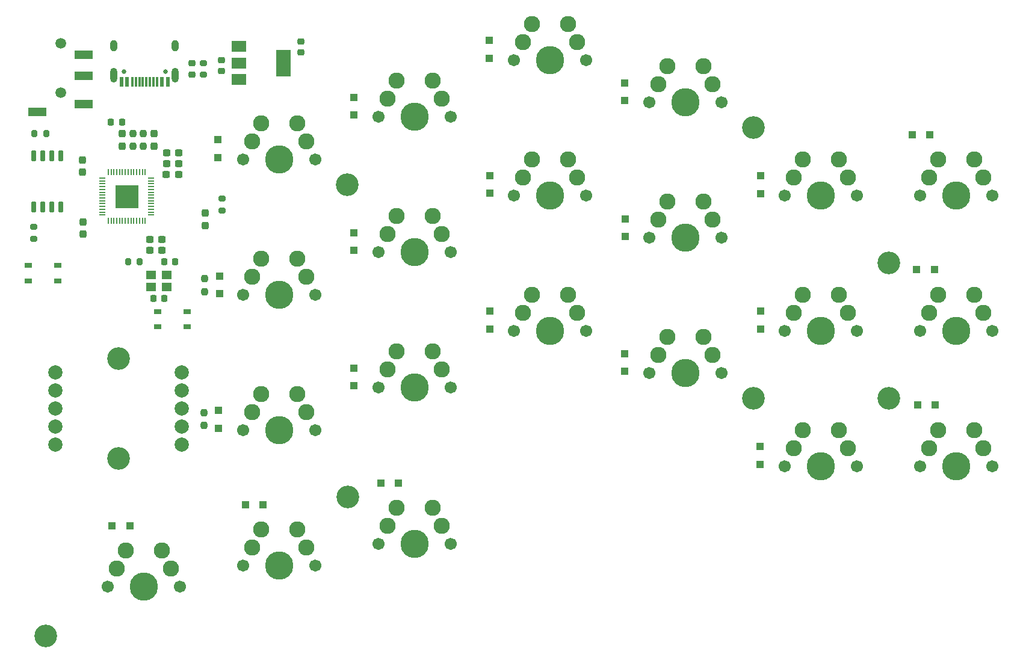
<source format=gbr>
%TF.GenerationSoftware,KiCad,Pcbnew,(6.0.4)*%
%TF.CreationDate,2022-05-02T18:01:09+08:00*%
%TF.ProjectId,RP2040 Board V1.0,52503230-3430-4204-926f-617264205631,rev?*%
%TF.SameCoordinates,Original*%
%TF.FileFunction,Soldermask,Top*%
%TF.FilePolarity,Negative*%
%FSLAX46Y46*%
G04 Gerber Fmt 4.6, Leading zero omitted, Abs format (unit mm)*
G04 Created by KiCad (PCBNEW (6.0.4)) date 2022-05-02 18:01:09*
%MOMM*%
%LPD*%
G01*
G04 APERTURE LIST*
G04 Aperture macros list*
%AMRoundRect*
0 Rectangle with rounded corners*
0 $1 Rounding radius*
0 $2 $3 $4 $5 $6 $7 $8 $9 X,Y pos of 4 corners*
0 Add a 4 corners polygon primitive as box body*
4,1,4,$2,$3,$4,$5,$6,$7,$8,$9,$2,$3,0*
0 Add four circle primitives for the rounded corners*
1,1,$1+$1,$2,$3*
1,1,$1+$1,$4,$5*
1,1,$1+$1,$6,$7*
1,1,$1+$1,$8,$9*
0 Add four rect primitives between the rounded corners*
20,1,$1+$1,$2,$3,$4,$5,0*
20,1,$1+$1,$4,$5,$6,$7,0*
20,1,$1+$1,$6,$7,$8,$9,0*
20,1,$1+$1,$8,$9,$2,$3,0*%
G04 Aperture macros list end*
%ADD10R,1.000000X1.000000*%
%ADD11RoundRect,0.225000X-0.225000X-0.250000X0.225000X-0.250000X0.225000X0.250000X-0.225000X0.250000X0*%
%ADD12R,0.812800X0.177800*%
%ADD13R,0.177800X0.812800*%
%ADD14R,3.200400X3.200400*%
%ADD15C,1.701800*%
%ADD16C,3.987800*%
%ADD17C,2.286000*%
%ADD18RoundRect,0.200000X-0.275000X0.200000X-0.275000X-0.200000X0.275000X-0.200000X0.275000X0.200000X0*%
%ADD19RoundRect,0.237500X0.237500X-0.250000X0.237500X0.250000X-0.237500X0.250000X-0.237500X-0.250000X0*%
%ADD20RoundRect,0.200000X-0.200000X-0.275000X0.200000X-0.275000X0.200000X0.275000X-0.200000X0.275000X0*%
%ADD21RoundRect,0.237500X-0.237500X0.250000X-0.237500X-0.250000X0.237500X-0.250000X0.237500X0.250000X0*%
%ADD22C,3.200000*%
%ADD23C,2.000000*%
%ADD24RoundRect,0.237500X-0.237500X0.300000X-0.237500X-0.300000X0.237500X-0.300000X0.237500X0.300000X0*%
%ADD25RoundRect,0.218750X-0.256250X0.218750X-0.256250X-0.218750X0.256250X-0.218750X0.256250X0.218750X0*%
%ADD26R,1.050000X0.650000*%
%ADD27RoundRect,0.200000X0.275000X-0.200000X0.275000X0.200000X-0.275000X0.200000X-0.275000X-0.200000X0*%
%ADD28RoundRect,0.237500X-0.300000X-0.237500X0.300000X-0.237500X0.300000X0.237500X-0.300000X0.237500X0*%
%ADD29RoundRect,0.237500X0.237500X-0.300000X0.237500X0.300000X-0.237500X0.300000X-0.237500X-0.300000X0*%
%ADD30R,1.400000X1.200000*%
%ADD31RoundRect,0.225000X0.250000X-0.225000X0.250000X0.225000X-0.250000X0.225000X-0.250000X-0.225000X0*%
%ADD32RoundRect,0.150000X0.150000X-0.650000X0.150000X0.650000X-0.150000X0.650000X-0.150000X-0.650000X0*%
%ADD33R,2.000000X1.500000*%
%ADD34R,2.000000X3.800000*%
%ADD35C,1.500000*%
%ADD36R,2.500000X1.200000*%
%ADD37C,0.650000*%
%ADD38R,0.600000X1.450000*%
%ADD39R,0.300000X1.450000*%
%ADD40O,1.000000X1.600000*%
%ADD41O,1.000000X2.100000*%
G04 APERTURE END LIST*
D10*
%TO.C,D2*%
X28325000Y-146500000D03*
X30825000Y-146500000D03*
%TD*%
D11*
%TO.C,C3*%
X28175000Y-89725000D03*
X29725000Y-89725000D03*
%TD*%
D12*
%TO.C,U3*%
X26996400Y-97575000D03*
X26996400Y-97974999D03*
X26996400Y-98375001D03*
X26996400Y-98775000D03*
X26996400Y-99174999D03*
X26996400Y-99575001D03*
X26996400Y-99975000D03*
X26996400Y-100375000D03*
X26996400Y-100774999D03*
X26996400Y-101175001D03*
X26996400Y-101575000D03*
X26996400Y-101974999D03*
X26996400Y-102375001D03*
X26996400Y-102775000D03*
D13*
X27800000Y-103578600D03*
X28199999Y-103578600D03*
X28600001Y-103578600D03*
X29000000Y-103578600D03*
X29399999Y-103578600D03*
X29800001Y-103578600D03*
X30200000Y-103578600D03*
X30600000Y-103578600D03*
X30999999Y-103578600D03*
X31400001Y-103578600D03*
X31800000Y-103578600D03*
X32199999Y-103578600D03*
X32600001Y-103578600D03*
X33000000Y-103578600D03*
D12*
X33803600Y-102775000D03*
X33803600Y-102375001D03*
X33803600Y-101974999D03*
X33803600Y-101575000D03*
X33803600Y-101175001D03*
X33803600Y-100774999D03*
X33803600Y-100375000D03*
X33803600Y-99975000D03*
X33803600Y-99575001D03*
X33803600Y-99174999D03*
X33803600Y-98775000D03*
X33803600Y-98375001D03*
X33803600Y-97974999D03*
X33803600Y-97575000D03*
D13*
X33000000Y-96771400D03*
X32600001Y-96771400D03*
X32199999Y-96771400D03*
X31800000Y-96771400D03*
X31400001Y-96771400D03*
X30999999Y-96771400D03*
X30600000Y-96771400D03*
X30200000Y-96771400D03*
X29800001Y-96771400D03*
X29399999Y-96771400D03*
X29000000Y-96771400D03*
X28600001Y-96771400D03*
X28199999Y-96771400D03*
X27800000Y-96771400D03*
D14*
X30400000Y-100175000D03*
%TD*%
D15*
%TO.C,Sw14*%
X103970000Y-106000000D03*
D16*
X109050000Y-106000000D03*
D15*
X114130000Y-106000000D03*
D17*
X105240000Y-103460000D03*
X106510000Y-100920000D03*
X111590000Y-100920000D03*
X112860000Y-103460000D03*
%TD*%
D15*
%TO.C,Sw7*%
X65870000Y-127050000D03*
X76030000Y-127050000D03*
D16*
X70950000Y-127050000D03*
D17*
X68410000Y-121970000D03*
X67140000Y-124510000D03*
X74760000Y-124510000D03*
X73490000Y-121970000D03*
%TD*%
D18*
%TO.C,R3*%
X41225000Y-81400000D03*
X41225000Y-83050000D03*
%TD*%
D11*
%TO.C,C4*%
X34125000Y-114525000D03*
X35675000Y-114525000D03*
%TD*%
D10*
%TO.C,D3*%
X47075000Y-143550000D03*
X49575000Y-143550000D03*
%TD*%
D16*
%TO.C,Sw3*%
X70950000Y-149100000D03*
D15*
X76030000Y-149100000D03*
X65870000Y-149100000D03*
D17*
X68410000Y-144020000D03*
X67140000Y-146560000D03*
X74760000Y-146560000D03*
X73490000Y-144020000D03*
%TD*%
D19*
%TO.C,R7*%
X31250000Y-93112500D03*
X31250000Y-91287500D03*
%TD*%
D10*
%TO.C,D8*%
X62350000Y-126825000D03*
X62350000Y-124325000D03*
%TD*%
D20*
%TO.C,R6*%
X30600000Y-109325000D03*
X32250000Y-109325000D03*
%TD*%
D16*
%TO.C,Sw6*%
X51900000Y-94950000D03*
D15*
X46820000Y-94950000D03*
X56980000Y-94950000D03*
D17*
X49360000Y-89870000D03*
X48090000Y-92410000D03*
X54440000Y-89870000D03*
X55710000Y-92410000D03*
%TD*%
D16*
%TO.C,Sw12*%
X90000000Y-80950000D03*
D15*
X95080000Y-80950000D03*
X84920000Y-80950000D03*
D17*
X87460000Y-75870000D03*
X86190000Y-78410000D03*
X93810000Y-78410000D03*
X92540000Y-75870000D03*
%TD*%
D15*
%TO.C,Sw17*%
X123020000Y-119050000D03*
X133180000Y-119050000D03*
D16*
X128100000Y-119050000D03*
D17*
X124290000Y-116510000D03*
X125560000Y-113970000D03*
X131910000Y-116510000D03*
X130640000Y-113970000D03*
%TD*%
D21*
%TO.C,R10*%
X41375000Y-111737500D03*
X41375000Y-113562500D03*
%TD*%
D10*
%TO.C,D9*%
X62350000Y-107775000D03*
X62350000Y-105275000D03*
%TD*%
%TO.C,D12*%
X81450000Y-99725000D03*
X81450000Y-97225000D03*
%TD*%
D15*
%TO.C,Sw8*%
X65870000Y-108000000D03*
X76030000Y-108000000D03*
D16*
X70950000Y-108000000D03*
D17*
X67140000Y-105460000D03*
X68410000Y-102920000D03*
X73490000Y-102920000D03*
X74760000Y-105460000D03*
%TD*%
D22*
%TO.C,*%
X29210000Y-123000000D03*
%TD*%
D16*
%TO.C,Sw9*%
X70950000Y-88950000D03*
D15*
X65870000Y-88950000D03*
X76030000Y-88950000D03*
D17*
X68410000Y-83870000D03*
X67140000Y-86410000D03*
X73490000Y-83870000D03*
X74760000Y-86410000D03*
%TD*%
D16*
%TO.C,Sw20*%
X147150000Y-119050000D03*
D15*
X142070000Y-119050000D03*
X152230000Y-119050000D03*
D17*
X143340000Y-116510000D03*
X144610000Y-113970000D03*
X150960000Y-116510000D03*
X149690000Y-113970000D03*
%TD*%
D23*
%TO.C,J4*%
X38100000Y-124920000D03*
X38100000Y-127460000D03*
X38100000Y-130000000D03*
X38100000Y-132540000D03*
X38100000Y-135080000D03*
%TD*%
D15*
%TO.C,Sw21*%
X152230000Y-100000000D03*
D16*
X147150000Y-100000000D03*
D15*
X142070000Y-100000000D03*
D17*
X143340000Y-97460000D03*
X144610000Y-94920000D03*
X150960000Y-97460000D03*
X149690000Y-94920000D03*
%TD*%
D24*
%TO.C,C13*%
X24225000Y-103725000D03*
X24225000Y-105450000D03*
%TD*%
D22*
%TO.C,*%
X137625000Y-109525000D03*
%TD*%
D25*
%TO.C,D1*%
X39575000Y-81450000D03*
X39575000Y-83025000D03*
%TD*%
D19*
%TO.C,R8*%
X32750000Y-93112500D03*
X32750000Y-91287500D03*
%TD*%
D26*
%TO.C,SW2*%
X34725000Y-118525000D03*
X38875000Y-118525000D03*
X34725000Y-116375000D03*
X38875000Y-116375000D03*
%TD*%
D10*
%TO.C,D21*%
X141523400Y-110439200D03*
X144023400Y-110439200D03*
%TD*%
D27*
%TO.C,R11*%
X43850000Y-102125000D03*
X43850000Y-100475000D03*
%TD*%
D16*
%TO.C,Sw11*%
X90000000Y-100000000D03*
D15*
X84920000Y-100000000D03*
X95080000Y-100000000D03*
D17*
X86190000Y-97460000D03*
X87460000Y-94920000D03*
X92540000Y-94920000D03*
X93810000Y-97460000D03*
%TD*%
D10*
%TO.C,D4*%
X66150000Y-140525000D03*
X68650000Y-140525000D03*
%TD*%
%TO.C,D10*%
X62350000Y-88700000D03*
X62350000Y-86200000D03*
%TD*%
D26*
%TO.C,SW1*%
X16525000Y-112050000D03*
X20675000Y-112050000D03*
X16525000Y-109900000D03*
X20675000Y-109900000D03*
%TD*%
D28*
%TO.C,C16*%
X36012500Y-94050000D03*
X37737500Y-94050000D03*
%TD*%
D22*
%TO.C,*%
X61507800Y-142479400D03*
%TD*%
D20*
%TO.C,R5*%
X17425000Y-91350000D03*
X19075000Y-91350000D03*
%TD*%
D10*
%TO.C,D14*%
X100475000Y-124800000D03*
X100475000Y-122300000D03*
%TD*%
D15*
%TO.C,Sw2*%
X46820000Y-152100000D03*
X56980000Y-152100000D03*
D16*
X51900000Y-152100000D03*
D17*
X49360000Y-147020000D03*
X48090000Y-149560000D03*
X55710000Y-149560000D03*
X54440000Y-147020000D03*
%TD*%
D16*
%TO.C,Sw1*%
X32850000Y-155100000D03*
D15*
X27770000Y-155100000D03*
X37930000Y-155100000D03*
D17*
X30310000Y-150020000D03*
X29040000Y-152560000D03*
X35390000Y-150020000D03*
X36660000Y-152560000D03*
%TD*%
D22*
%TO.C,REF\u002A\u002A*%
X19000000Y-162000000D03*
%TD*%
D10*
%TO.C,D16*%
X100450000Y-86675000D03*
X100450000Y-84175000D03*
%TD*%
%TO.C,D11*%
X81450000Y-118800000D03*
X81450000Y-116300000D03*
%TD*%
D21*
%TO.C,R9*%
X41275000Y-130587500D03*
X41275000Y-132412500D03*
%TD*%
D10*
%TO.C,D17*%
X119525000Y-137850000D03*
X119525000Y-135350000D03*
%TD*%
%TO.C,D18*%
X119550000Y-118800000D03*
X119550000Y-116300000D03*
%TD*%
%TO.C,D13*%
X81400000Y-80700000D03*
X81400000Y-78200000D03*
%TD*%
%TO.C,D15*%
X100500000Y-105800000D03*
X100500000Y-103300000D03*
%TD*%
D29*
%TO.C,C14*%
X24170000Y-96752500D03*
X24170000Y-95027500D03*
%TD*%
D11*
%TO.C,C5*%
X35650000Y-109325000D03*
X37200000Y-109325000D03*
%TD*%
D16*
%TO.C,Sw4*%
X51900000Y-133050000D03*
D15*
X46820000Y-133050000D03*
X56980000Y-133050000D03*
D17*
X49360000Y-127970000D03*
X48090000Y-130510000D03*
X54440000Y-127970000D03*
X55710000Y-130510000D03*
%TD*%
D18*
%TO.C,R4*%
X17350000Y-104450000D03*
X17350000Y-106100000D03*
%TD*%
D30*
%TO.C,Y1*%
X33825000Y-112875000D03*
X36025000Y-112875000D03*
X36025000Y-111175000D03*
X33825000Y-111175000D03*
%TD*%
D15*
%TO.C,Sw13*%
X103970000Y-125050000D03*
D16*
X109050000Y-125050000D03*
D15*
X114130000Y-125050000D03*
D17*
X106510000Y-119970000D03*
X105240000Y-122510000D03*
X112860000Y-122510000D03*
X111590000Y-119970000D03*
%TD*%
D22*
%TO.C,*%
X29210000Y-137000000D03*
%TD*%
D10*
%TO.C,D22*%
X140913800Y-91490800D03*
X143413800Y-91490800D03*
%TD*%
D15*
%TO.C,Sw19*%
X152230000Y-138100000D03*
X142070000Y-138100000D03*
D16*
X147150000Y-138100000D03*
D17*
X143340000Y-135560000D03*
X144610000Y-133020000D03*
X149690000Y-133020000D03*
X150960000Y-135560000D03*
%TD*%
D29*
%TO.C,C6*%
X34275000Y-93062500D03*
X34275000Y-91337500D03*
%TD*%
D31*
%TO.C,C2*%
X54875000Y-79900000D03*
X54875000Y-78350000D03*
%TD*%
D28*
%TO.C,C12*%
X33612500Y-107700000D03*
X35337500Y-107700000D03*
%TD*%
D24*
%TO.C,C11*%
X41450000Y-102512500D03*
X41450000Y-104237500D03*
%TD*%
D16*
%TO.C,Sw15*%
X109050000Y-86950000D03*
D15*
X103970000Y-86950000D03*
X114130000Y-86950000D03*
D17*
X105240000Y-84410000D03*
X106510000Y-81870000D03*
X111590000Y-81870000D03*
X112860000Y-84410000D03*
%TD*%
D23*
%TO.C,J5*%
X20320000Y-124920000D03*
X20320000Y-127460000D03*
X20320000Y-130000000D03*
X20320000Y-132540000D03*
X20320000Y-135080000D03*
%TD*%
D22*
%TO.C,*%
X61425000Y-98475000D03*
%TD*%
D10*
%TO.C,D20*%
X141650400Y-129514600D03*
X144150400Y-129514600D03*
%TD*%
D32*
%TO.C,U2*%
X17320000Y-101675000D03*
X18590000Y-101675000D03*
X19860000Y-101675000D03*
X21130000Y-101675000D03*
X21130000Y-94475000D03*
X19860000Y-94475000D03*
X18590000Y-94475000D03*
X17320000Y-94475000D03*
%TD*%
D28*
%TO.C,C15*%
X35987500Y-95575000D03*
X37712500Y-95575000D03*
%TD*%
D22*
%TO.C,*%
X137625000Y-128575000D03*
%TD*%
D33*
%TO.C,U1*%
X46175000Y-79075000D03*
D34*
X52475000Y-81375000D03*
D33*
X46175000Y-81375000D03*
X46175000Y-83675000D03*
%TD*%
D35*
%TO.C,J2*%
X21100000Y-85600000D03*
X21100000Y-78600000D03*
D36*
X24350000Y-83200000D03*
X24350000Y-80200000D03*
X17850000Y-88300000D03*
X24350000Y-87200000D03*
%TD*%
D15*
%TO.C,Sw10*%
X84920000Y-119050000D03*
D16*
X90000000Y-119050000D03*
D15*
X95080000Y-119050000D03*
D17*
X87460000Y-113970000D03*
X86190000Y-116510000D03*
X92540000Y-113970000D03*
X93810000Y-116510000D03*
%TD*%
D15*
%TO.C,Sw5*%
X56980000Y-114000000D03*
D16*
X51900000Y-114000000D03*
D15*
X46820000Y-114000000D03*
D17*
X48090000Y-111460000D03*
X49360000Y-108920000D03*
X54440000Y-108920000D03*
X55710000Y-111460000D03*
%TD*%
D10*
%TO.C,D6*%
X43450000Y-113875000D03*
X43450000Y-111375000D03*
%TD*%
D22*
%TO.C,*%
X118575000Y-128575000D03*
%TD*%
D15*
%TO.C,Sw18*%
X133180000Y-100000000D03*
X123020000Y-100000000D03*
D16*
X128100000Y-100000000D03*
D17*
X124290000Y-97460000D03*
X125560000Y-94920000D03*
X130640000Y-94920000D03*
X131910000Y-97460000D03*
%TD*%
D10*
%TO.C,D5*%
X43300000Y-132775000D03*
X43300000Y-130275000D03*
%TD*%
D29*
%TO.C,C9*%
X29775000Y-93062500D03*
X29775000Y-91337500D03*
%TD*%
D37*
%TO.C,J1*%
X30035000Y-82590000D03*
X35815000Y-82590000D03*
D38*
X36175000Y-84035000D03*
X35375000Y-84035000D03*
D39*
X34175000Y-84035000D03*
X33175000Y-84035000D03*
X32675000Y-84035000D03*
X31675000Y-84035000D03*
D38*
X30475000Y-84035000D03*
X29675000Y-84035000D03*
X29675000Y-84035000D03*
X30475000Y-84035000D03*
D39*
X31175000Y-84035000D03*
X32175000Y-84035000D03*
X33675000Y-84035000D03*
X34675000Y-84035000D03*
D38*
X35375000Y-84035000D03*
X36175000Y-84035000D03*
D40*
X37245000Y-78940000D03*
X28605000Y-78940000D03*
D41*
X28605000Y-83120000D03*
X37245000Y-83120000D03*
%TD*%
D10*
%TO.C,D19*%
X119600000Y-99750000D03*
X119600000Y-97250000D03*
%TD*%
%TO.C,D7*%
X43250000Y-94675000D03*
X43250000Y-92175000D03*
%TD*%
D31*
%TO.C,C1*%
X43750000Y-82550000D03*
X43750000Y-81000000D03*
%TD*%
D16*
%TO.C,Sw16*%
X128100000Y-138100000D03*
D15*
X133180000Y-138100000D03*
X123020000Y-138100000D03*
D17*
X124290000Y-135560000D03*
X125560000Y-133020000D03*
X131910000Y-135560000D03*
X130640000Y-133020000D03*
%TD*%
D28*
%TO.C,C10*%
X35975000Y-97075000D03*
X37700000Y-97075000D03*
%TD*%
%TO.C,C8*%
X33612500Y-106175000D03*
X35337500Y-106175000D03*
%TD*%
D22*
%TO.C,*%
X118590000Y-90475000D03*
%TD*%
D35*
%TO.C,J3*%
X21100000Y-85600000D03*
X21100000Y-78600000D03*
%TD*%
M02*

</source>
